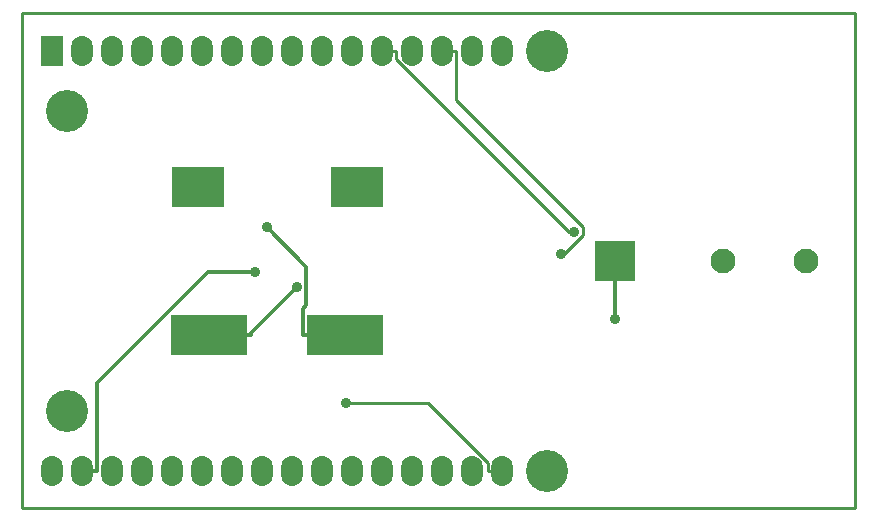
<source format=gtl>
%TF.GenerationSoftware,KiCad,Pcbnew,no-vcs-found-72d4889~60~ubuntu16.04.1*%
%TF.CreationDate,2017-10-19T13:37:08-04:00*%
%TF.ProjectId,audio_controller_3x2,617564696F5F636F6E74726F6C6C6572,1.2*%
%TF.SameCoordinates,Original*%
%TF.FileFunction,Copper,L1,Top,Signal*%
%TF.FilePolarity,Positive*%
%FSLAX46Y46*%
G04 Gerber Fmt 4.6, Leading zero omitted, Abs format (unit mm)*
G04 Created by KiCad (PCBNEW no-vcs-found-72d4889~60~ubuntu16.04.1) date Thu Oct 19 13:37:08 2017*
%MOMM*%
%LPD*%
G01*
G04 APERTURE LIST*
%TA.AperFunction,NonConductor*%
%ADD10C,0.228600*%
%TD*%
%TA.AperFunction,SMDPad,CuDef*%
%ADD11R,6.500000X3.500000*%
%TD*%
%TA.AperFunction,SMDPad,CuDef*%
%ADD12R,4.500000X3.500000*%
%TD*%
%TA.AperFunction,ComponentPad*%
%ADD13C,3.556000*%
%TD*%
%TA.AperFunction,ComponentPad*%
%ADD14O,1.854200X2.540000*%
%TD*%
%TA.AperFunction,ComponentPad*%
%ADD15R,1.854200X2.540000*%
%TD*%
%TA.AperFunction,ComponentPad*%
%ADD16R,3.400000X3.400000*%
%TD*%
%TA.AperFunction,ComponentPad*%
%ADD17C,2.100000*%
%TD*%
%TA.AperFunction,ViaPad*%
%ADD18C,0.889000*%
%TD*%
%TA.AperFunction,Conductor*%
%ADD19C,0.304800*%
%TD*%
%TA.AperFunction,Conductor*%
%ADD20C,0.254000*%
%TD*%
%TA.AperFunction,Conductor*%
%ADD21C,0.355600*%
%TD*%
G04 APERTURE END LIST*
D10*
X156210000Y-67945000D02*
X85725000Y-67945000D01*
X156210000Y-109855000D02*
X156210000Y-67945000D01*
X85725000Y-109855000D02*
X156210000Y-109855000D01*
X85725000Y-67945000D02*
X85725000Y-109855000D01*
D11*
%TO.P,SP1,1*%
%TO.N,/AMP+*%
X101565000Y-95150000D03*
%TO.P,SP1,2*%
%TO.N,/AMP-*%
X113065000Y-95150000D03*
D12*
%TO.P,SP1,*%
%TO.N,*%
X100565000Y-82650000D03*
X114065000Y-82650000D03*
%TD*%
D13*
%TO.P,MDB1,*%
%TO.N,*%
X130175000Y-71120000D03*
X130175000Y-106680000D03*
X89535000Y-101600000D03*
X89535000Y-76200000D03*
D14*
%TO.P,MDB1,AREF*%
%TO.N,N/C*%
X88265000Y-106680000D03*
%TO.P,MDB1,VEE*%
%TO.N,VEE*%
X90805000Y-106680000D03*
%TO.P,MDB1,AGND*%
%TO.N,/AGND*%
X93345000Y-106680000D03*
%TO.P,MDB1,3V3*%
%TO.N,+3V3*%
X95885000Y-106680000D03*
%TO.P,MDB1,23*%
%TO.N,/LRCLK*%
X98425000Y-106680000D03*
%TO.P,MDB1,22*%
%TO.N,/I2STX*%
X100965000Y-106680000D03*
%TO.P,MDB1,21*%
%TO.N,N/C*%
X103505000Y-106680000D03*
%TO.P,MDB1,20*%
X106045000Y-106680000D03*
%TO.P,MDB1,19*%
%TO.N,/SCL*%
X108585000Y-106680000D03*
%TO.P,MDB1,18*%
%TO.N,/SDA*%
X111125000Y-106680000D03*
%TO.P,MDB1,17*%
%TO.N,N/C*%
X113665000Y-106680000D03*
%TO.P,MDB1,16*%
X116205000Y-106680000D03*
%TO.P,MDB1,15*%
X118745000Y-106680000D03*
%TO.P,MDB1,14*%
X121285000Y-106680000D03*
%TO.P,MDB1,13*%
%TO.N,/I2SRX*%
X123825000Y-106680000D03*
%TO.P,MDB1,DAC*%
%TO.N,/DAC*%
X126365000Y-106680000D03*
%TO.P,MDB1,28*%
%TO.N,N/C*%
X126365000Y-71120000D03*
%TO.P,MDB1,12*%
X123825000Y-71120000D03*
%TO.P,MDB1,11*%
%TO.N,/MCLK*%
X121285000Y-71120000D03*
%TO.P,MDB1,10*%
%TO.N,N/C*%
X118745000Y-71120000D03*
%TO.P,MDB1,9*%
%TO.N,/BCLK*%
X116205000Y-71120000D03*
%TO.P,MDB1,29*%
%TO.N,N/C*%
X113665000Y-71120000D03*
%TO.P,MDB1,30*%
X111125000Y-71120000D03*
%TO.P,MDB1,6*%
%TO.N,/PCB_SPEAKER_ENABLE*%
X108585000Y-71120000D03*
%TO.P,MDB1,5*%
%TO.N,N/C*%
X106045000Y-71120000D03*
%TO.P,MDB1,4*%
X103505000Y-71120000D03*
%TO.P,MDB1,3*%
X100965000Y-71120000D03*
%TO.P,MDB1,2*%
X98425000Y-71120000D03*
%TO.P,MDB1,25*%
X95885000Y-71120000D03*
D15*
%TO.P,MDB1,VDD*%
X88265000Y-71120000D03*
D14*
%TO.P,MDB1,24*%
X93345000Y-71120000D03*
%TO.P,MDB1,GND*%
%TO.N,GND*%
X90805000Y-71120000D03*
%TD*%
D16*
%TO.P,U1,PAD*%
%TO.N,GND*%
X135890000Y-88900000D03*
%TD*%
D17*
%TO.P,J1,*%
%TO.N,*%
X145075000Y-88900000D03*
X152075000Y-88900000D03*
%TD*%
D18*
%TO.N,GND*%
X135890000Y-93828400D03*
%TO.N,/BCLK*%
X132463200Y-86474400D03*
%TO.N,/MCLK*%
X131341500Y-88359900D03*
%TO.N,VEE*%
X105455100Y-89842800D03*
%TO.N,/DAC*%
X113145000Y-100943900D03*
%TO.N,/AMP-*%
X106416000Y-86043500D03*
%TO.N,/AMP+*%
X109013900Y-91164600D03*
%TD*%
D19*
%TO.N,GND*%
X135890000Y-88900000D02*
X135890000Y-93828400D01*
D20*
%TO.N,/BCLK*%
X117386100Y-71813600D02*
X117386100Y-71120000D01*
X132046900Y-86474400D02*
X117386100Y-71813600D01*
X132463200Y-86474400D02*
X132046900Y-86474400D01*
X116205000Y-71120000D02*
X117386100Y-71120000D01*
%TO.N,/MCLK*%
X121285000Y-71120000D02*
X122466100Y-71120000D01*
X122466100Y-75297300D02*
X122466100Y-71120000D01*
X133183800Y-86015000D02*
X122466100Y-75297300D01*
X133183800Y-86739200D02*
X133183800Y-86015000D01*
X131563100Y-88359900D02*
X133183800Y-86739200D01*
X131341500Y-88359900D02*
X131563100Y-88359900D01*
D21*
%TO.N,VEE*%
X101421800Y-89842800D02*
X105455100Y-89842800D01*
X92036900Y-99227700D02*
X101421800Y-89842800D01*
X92036900Y-106680000D02*
X92036900Y-99227700D01*
X90805000Y-106680000D02*
X92036900Y-106680000D01*
D20*
%TO.N,/DAC*%
X125183900Y-106055800D02*
X125183900Y-106680000D01*
X120072000Y-100943900D02*
X125183900Y-106055800D01*
X113145000Y-100943900D02*
X120072000Y-100943900D01*
X126365000Y-106680000D02*
X125183900Y-106680000D01*
D21*
%TO.N,/AMP-*%
X113065000Y-95150000D02*
X109510200Y-95150000D01*
X109510200Y-92970200D02*
X109510200Y-95150000D01*
X109787900Y-92692500D02*
X109510200Y-92970200D01*
X109787900Y-89415400D02*
X109787900Y-92692500D01*
X106416000Y-86043500D02*
X109787900Y-89415400D01*
%TO.N,/AMP+*%
X101565000Y-95150000D02*
X105119800Y-95150000D01*
X105119800Y-95058700D02*
X105119800Y-95150000D01*
X109013900Y-91164600D02*
X105119800Y-95058700D01*
%TD*%
M02*

</source>
